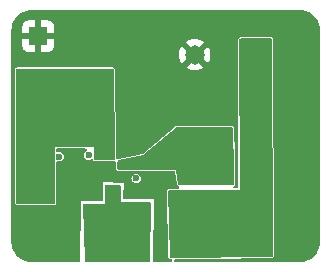
<source format=gbr>
%TF.GenerationSoftware,KiCad,Pcbnew,8.99.0-334-gf341ab9b00*%
%TF.CreationDate,2024-09-09T23:07:31-04:00*%
%TF.ProjectId,Buck Converter,4275636b-2043-46f6-9e76-65727465722e,V1*%
%TF.SameCoordinates,Original*%
%TF.FileFunction,Copper,L3,Inr*%
%TF.FilePolarity,Positive*%
%FSLAX46Y46*%
G04 Gerber Fmt 4.6, Leading zero omitted, Abs format (unit mm)*
G04 Created by KiCad (PCBNEW 8.99.0-334-gf341ab9b00) date 2024-09-09 23:07:31*
%MOMM*%
%LPD*%
G01*
G04 APERTURE LIST*
%TA.AperFunction,ComponentPad*%
%ADD10R,1.650000X1.650000*%
%TD*%
%TA.AperFunction,ComponentPad*%
%ADD11C,1.650000*%
%TD*%
%TA.AperFunction,ViaPad*%
%ADD12C,0.635000*%
%TD*%
%TA.AperFunction,ViaPad*%
%ADD13C,0.600000*%
%TD*%
G04 APERTURE END LIST*
D10*
%TO.N,GND*%
%TO.C,J1*%
X153175000Y-91925000D03*
D11*
%TO.N,/V_{IN}*%
X153175000Y-97005000D03*
%TD*%
D10*
%TO.N,/V_{OUT}*%
%TO.C,J2*%
X171515000Y-93500000D03*
D11*
%TO.N,GND*%
X166435000Y-93500000D03*
%TD*%
D12*
%TO.N,/V_{OUT}*%
X170675000Y-109950000D03*
X170725000Y-97025000D03*
X170675000Y-107175000D03*
X170775000Y-100250000D03*
X169175000Y-107175000D03*
X172125000Y-98725000D03*
X166200000Y-109950000D03*
X167625000Y-109950000D03*
X170700000Y-104375000D03*
X164800000Y-105825000D03*
X169175000Y-109975000D03*
X170700000Y-103075000D03*
X164775000Y-107900000D03*
X170700000Y-108500000D03*
X170750000Y-98725000D03*
X172150000Y-95450000D03*
X172100000Y-97025000D03*
X170700000Y-101625000D03*
X169175000Y-105825000D03*
X170675000Y-105775000D03*
X170775000Y-95450000D03*
X169200000Y-108500000D03*
X167075000Y-105825000D03*
%TO.N,/V_{IN}*%
X152275000Y-98725000D03*
X152300000Y-100450000D03*
X157500000Y-98700000D03*
X155550000Y-100500000D03*
X152350000Y-104275000D03*
X157525000Y-100525000D03*
X155550000Y-98725000D03*
X152300000Y-102325000D03*
X157475000Y-96675000D03*
X153750000Y-100450000D03*
X153800000Y-104275000D03*
X153725000Y-98725000D03*
X155550000Y-96675000D03*
X153750000Y-102325000D03*
D13*
%TO.N,GND*%
X176600000Y-105700000D03*
X159825000Y-107750000D03*
X163675000Y-103950000D03*
X160700000Y-105350000D03*
X160200000Y-94550000D03*
X163675000Y-105050000D03*
X163675000Y-106050000D03*
X176575000Y-101025000D03*
X161350000Y-109800000D03*
X161200000Y-94550000D03*
X161450000Y-105350000D03*
X160225000Y-109775000D03*
X158275000Y-109675000D03*
X162925000Y-96625000D03*
X156500000Y-109700000D03*
X176575000Y-103350000D03*
X152650000Y-106600000D03*
X155025000Y-104325000D03*
X151600000Y-107750000D03*
X156550000Y-108100000D03*
X152650000Y-107750000D03*
X162925000Y-95700000D03*
X151600000Y-108850000D03*
X156450000Y-106950000D03*
X151600000Y-106600000D03*
X155025000Y-103550000D03*
X162875000Y-97925000D03*
X176600000Y-108075000D03*
X159000000Y-103500000D03*
X162250000Y-94550000D03*
X162875000Y-98825000D03*
X152650000Y-108850000D03*
%TO.N,Net-(IC1-VCC)*%
X161475000Y-103975000D03*
X154975000Y-102125000D03*
%TO.N,Net-(IC1-SW_1)*%
X164650000Y-102725000D03*
X161425000Y-102900000D03*
X163800000Y-102000000D03*
X157450000Y-102000000D03*
X164600000Y-101150000D03*
%TD*%
%TA.AperFunction,Conductor*%
%TO.N,GND*%
G36*
X160093039Y-104519685D02*
G01*
X160138794Y-104572489D01*
X160150000Y-104624000D01*
X160150000Y-105950000D01*
X162574983Y-105950000D01*
X162642022Y-105969685D01*
X162687777Y-106022489D01*
X162698979Y-106075012D01*
X162659375Y-110926512D01*
X162639144Y-110993389D01*
X162585968Y-111038711D01*
X162535379Y-111049500D01*
X157241579Y-111049500D01*
X157174540Y-111029815D01*
X157128785Y-110977011D01*
X157117633Y-110929161D01*
X156978771Y-106227661D01*
X156996468Y-106160069D01*
X157047898Y-106112776D01*
X157102717Y-106100000D01*
X158825000Y-106100000D01*
X158825000Y-104624000D01*
X158844685Y-104556961D01*
X158897489Y-104511206D01*
X158949000Y-104500000D01*
X160026000Y-104500000D01*
X160093039Y-104519685D01*
G37*
%TD.AperFunction*%
%TD*%
%TA.AperFunction,Conductor*%
%TO.N,GND*%
G36*
X175313194Y-89714715D02*
G01*
X175356362Y-89714714D01*
X175365206Y-89715029D01*
X175593813Y-89731378D01*
X175611312Y-89733894D01*
X175830926Y-89781667D01*
X175847899Y-89786651D01*
X176058478Y-89865192D01*
X176074566Y-89872539D01*
X176271838Y-89980256D01*
X176286703Y-89989810D01*
X176466626Y-90124498D01*
X176479997Y-90136084D01*
X176638915Y-90295002D01*
X176650501Y-90308373D01*
X176785184Y-90488289D01*
X176794745Y-90503165D01*
X176847621Y-90600000D01*
X176902458Y-90700428D01*
X176909807Y-90716521D01*
X176988348Y-90927100D01*
X176993332Y-90944075D01*
X177041103Y-91163679D01*
X177043621Y-91181192D01*
X177059969Y-91409792D01*
X177060285Y-91418637D01*
X177060285Y-91471793D01*
X177060286Y-91471806D01*
X177060286Y-109345572D01*
X177059970Y-109354418D01*
X177043620Y-109583016D01*
X177041102Y-109600529D01*
X176993329Y-109820134D01*
X176988345Y-109837109D01*
X176909803Y-110047688D01*
X176902453Y-110063781D01*
X176794747Y-110261028D01*
X176785182Y-110275911D01*
X176650494Y-110455833D01*
X176638908Y-110469205D01*
X176479993Y-110628119D01*
X176466622Y-110639704D01*
X176286708Y-110774385D01*
X176271824Y-110783951D01*
X176074565Y-110891660D01*
X176058472Y-110899009D01*
X175847897Y-110977549D01*
X175830921Y-110982533D01*
X175611318Y-111030303D01*
X175593806Y-111032821D01*
X175365009Y-111049183D01*
X175356164Y-111049499D01*
X175303206Y-111049499D01*
X175303194Y-111049500D01*
X164767530Y-111049500D01*
X164700491Y-111029815D01*
X164654736Y-110977011D01*
X164644792Y-110907853D01*
X164673817Y-110844297D01*
X164732595Y-110806523D01*
X164766467Y-110801505D01*
X167687895Y-110776464D01*
X172927301Y-110731555D01*
X172949541Y-110728989D01*
X173000598Y-110717509D01*
X173046972Y-110693936D01*
X173099528Y-110647896D01*
X173131396Y-110597715D01*
X173150718Y-110530571D01*
X173154830Y-110500826D01*
X173154625Y-110462940D01*
X173056169Y-92223888D01*
X173056169Y-92223886D01*
X173055433Y-92217430D01*
X173053595Y-92201285D01*
X173041918Y-92149419D01*
X173018094Y-92102781D01*
X173018093Y-92102779D01*
X172971866Y-92050400D01*
X172971860Y-92050394D01*
X172943003Y-92032218D01*
X172921563Y-92018713D01*
X172921560Y-92018712D01*
X172854353Y-91999640D01*
X172854352Y-91999639D01*
X172854349Y-91999639D01*
X172824588Y-91995635D01*
X172824585Y-91995635D01*
X170322148Y-92018384D01*
X170300119Y-92020916D01*
X170300110Y-92020918D01*
X170249512Y-92032218D01*
X170203263Y-92055585D01*
X170150548Y-92101444D01*
X170150547Y-92101445D01*
X170118510Y-92151512D01*
X170098957Y-92218586D01*
X170098956Y-92218590D01*
X170094740Y-92248316D01*
X170119052Y-104696209D01*
X170099498Y-104763287D01*
X170046784Y-104809145D01*
X169995567Y-104820450D01*
X169812949Y-104821208D01*
X169745828Y-104801802D01*
X169699854Y-104749188D01*
X169689624Y-104680072D01*
X169718385Y-104616396D01*
X169741716Y-104595351D01*
X169747940Y-104591028D01*
X169747946Y-104591026D01*
X169799806Y-104544203D01*
X169830918Y-104493547D01*
X169849230Y-104426120D01*
X169852896Y-104396317D01*
X169850992Y-104303045D01*
X169803985Y-101999696D01*
X169757956Y-99744316D01*
X169755333Y-99722994D01*
X169744154Y-99674014D01*
X169721031Y-99628401D01*
X169675276Y-99575597D01*
X169625268Y-99543459D01*
X169558234Y-99523775D01*
X169558230Y-99523774D01*
X169558229Y-99523774D01*
X169528505Y-99519500D01*
X164994593Y-99519500D01*
X164994581Y-99519500D01*
X164988337Y-99519686D01*
X164973550Y-99520569D01*
X164938283Y-99528910D01*
X164874071Y-99556425D01*
X164848430Y-99572064D01*
X162051925Y-101882219D01*
X161997801Y-101908105D01*
X161320060Y-102046734D01*
X159953008Y-102326359D01*
X159952996Y-102326362D01*
X159952975Y-102326367D01*
X159941446Y-102329414D01*
X159939771Y-102329909D01*
X159939756Y-102329861D01*
X159939751Y-102329863D01*
X159939695Y-102329652D01*
X159939523Y-102329071D01*
X159872943Y-102330954D01*
X159813120Y-102294857D01*
X159782310Y-102232147D01*
X159780500Y-102211037D01*
X159780500Y-101900396D01*
X159780499Y-101900206D01*
X159780491Y-101898837D01*
X159780491Y-101898751D01*
X159780487Y-101898230D01*
X159779404Y-101793942D01*
X159706768Y-94796628D01*
X159706768Y-94796618D01*
X159704245Y-94774752D01*
X159693046Y-94724528D01*
X159669807Y-94678401D01*
X159624052Y-94625597D01*
X159574044Y-94593459D01*
X159507010Y-94573775D01*
X159507006Y-94573774D01*
X159507005Y-94573774D01*
X159477281Y-94569500D01*
X151424271Y-94569500D01*
X151401733Y-94571935D01*
X151349973Y-94583253D01*
X151349972Y-94583254D01*
X151303251Y-94606736D01*
X151250546Y-94652607D01*
X151218518Y-94702686D01*
X151218517Y-94702688D01*
X151198981Y-94769766D01*
X151198980Y-94769769D01*
X151194771Y-94799497D01*
X151219230Y-106001503D01*
X151221666Y-106023811D01*
X151232873Y-106075054D01*
X151244256Y-106097763D01*
X151256204Y-106121599D01*
X151301959Y-106174403D01*
X151351967Y-106206541D01*
X151419006Y-106226226D01*
X151448730Y-106230500D01*
X151448734Y-106230500D01*
X154476000Y-106230500D01*
X154498427Y-106228089D01*
X154549938Y-106216883D01*
X154596599Y-106193526D01*
X154649403Y-106147771D01*
X154681541Y-106097763D01*
X154701226Y-106030724D01*
X154705500Y-106001000D01*
X154705500Y-103975003D01*
X161069508Y-103975003D01*
X161089352Y-104100300D01*
X161089352Y-104100301D01*
X161089354Y-104100304D01*
X161146950Y-104213342D01*
X161146952Y-104213344D01*
X161146954Y-104213347D01*
X161236652Y-104303045D01*
X161236654Y-104303046D01*
X161236658Y-104303050D01*
X161349696Y-104360646D01*
X161349697Y-104360646D01*
X161349699Y-104360647D01*
X161474997Y-104380492D01*
X161475000Y-104380492D01*
X161475003Y-104380492D01*
X161600300Y-104360647D01*
X161600301Y-104360647D01*
X161600302Y-104360646D01*
X161600304Y-104360646D01*
X161713342Y-104303050D01*
X161803050Y-104213342D01*
X161860646Y-104100304D01*
X161860646Y-104100302D01*
X161860647Y-104100301D01*
X161860647Y-104100300D01*
X161880492Y-103975003D01*
X161880492Y-103974996D01*
X161860647Y-103849699D01*
X161860647Y-103849698D01*
X161860646Y-103849696D01*
X161803050Y-103736658D01*
X161803046Y-103736654D01*
X161803045Y-103736652D01*
X161713347Y-103646954D01*
X161713344Y-103646952D01*
X161713342Y-103646950D01*
X161636517Y-103607805D01*
X161600301Y-103589352D01*
X161522136Y-103576973D01*
X161473694Y-103554008D01*
X161443401Y-103573477D01*
X161427864Y-103576973D01*
X161349698Y-103589352D01*
X161274337Y-103627751D01*
X161236658Y-103646950D01*
X161236657Y-103646951D01*
X161236652Y-103646954D01*
X161146954Y-103736652D01*
X161146951Y-103736657D01*
X161089352Y-103849698D01*
X161089352Y-103849699D01*
X161069508Y-103974996D01*
X161069508Y-103975003D01*
X154705500Y-103975003D01*
X154705500Y-102632993D01*
X154725185Y-102565954D01*
X154777989Y-102520199D01*
X154847147Y-102510255D01*
X154848898Y-102510520D01*
X154974998Y-102530492D01*
X154975000Y-102530492D01*
X154975003Y-102530492D01*
X155100300Y-102510647D01*
X155100301Y-102510647D01*
X155100302Y-102510646D01*
X155100304Y-102510646D01*
X155213342Y-102453050D01*
X155303050Y-102363342D01*
X155360646Y-102250304D01*
X155360646Y-102250302D01*
X155360647Y-102250301D01*
X155360647Y-102250300D01*
X155380492Y-102125003D01*
X155380492Y-102124996D01*
X155360647Y-101999699D01*
X155360647Y-101999698D01*
X155360646Y-101999696D01*
X155303050Y-101886658D01*
X155303046Y-101886654D01*
X155303045Y-101886652D01*
X155213347Y-101796954D01*
X155213344Y-101796952D01*
X155213342Y-101796950D01*
X155100304Y-101739354D01*
X155100303Y-101739353D01*
X155100300Y-101739352D01*
X154975003Y-101719508D01*
X154975001Y-101719508D01*
X154975000Y-101719508D01*
X154916432Y-101728784D01*
X154848897Y-101739480D01*
X154779603Y-101730524D01*
X154726152Y-101685527D01*
X154705513Y-101618776D01*
X154705500Y-101617006D01*
X154705500Y-101554500D01*
X154725185Y-101487461D01*
X154777989Y-101441706D01*
X154829500Y-101430500D01*
X157169034Y-101430500D01*
X157236073Y-101450185D01*
X157281828Y-101502989D01*
X157291772Y-101572147D01*
X157262747Y-101635703D01*
X157225331Y-101664982D01*
X157211992Y-101671779D01*
X157211656Y-101671951D01*
X157211652Y-101671954D01*
X157121954Y-101761652D01*
X157121951Y-101761657D01*
X157064352Y-101874698D01*
X157064352Y-101874699D01*
X157044508Y-101999996D01*
X157044508Y-102000003D01*
X157064352Y-102125300D01*
X157064352Y-102125301D01*
X157064354Y-102125304D01*
X157121950Y-102238342D01*
X157121952Y-102238344D01*
X157121954Y-102238347D01*
X157211652Y-102328045D01*
X157211654Y-102328046D01*
X157211658Y-102328050D01*
X157324696Y-102385646D01*
X157324697Y-102385646D01*
X157324699Y-102385647D01*
X157449997Y-102405492D01*
X157450000Y-102405492D01*
X157450003Y-102405492D01*
X157575300Y-102385647D01*
X157575302Y-102385646D01*
X157575304Y-102385646D01*
X157653798Y-102345650D01*
X157722466Y-102332754D01*
X157787207Y-102359030D01*
X157820976Y-102400628D01*
X157831474Y-102421600D01*
X157877229Y-102474403D01*
X157927237Y-102506541D01*
X157994276Y-102526226D01*
X158024000Y-102530500D01*
X158024004Y-102530500D01*
X159551000Y-102530500D01*
X159573427Y-102528089D01*
X159619141Y-102518144D01*
X159688832Y-102523128D01*
X159744766Y-102564998D01*
X159769184Y-102630462D01*
X159769500Y-102639310D01*
X159769500Y-103101002D01*
X159771910Y-103123426D01*
X159783117Y-103174938D01*
X159806474Y-103221600D01*
X159852229Y-103274403D01*
X159902237Y-103306541D01*
X159969276Y-103326226D01*
X159999000Y-103330500D01*
X161408466Y-103330500D01*
X161475505Y-103350185D01*
X161477622Y-103352628D01*
X161525641Y-103331523D01*
X161541534Y-103330500D01*
X164674323Y-103330500D01*
X164741362Y-103350185D01*
X164787117Y-103402989D01*
X164797215Y-103437957D01*
X164930979Y-104431626D01*
X164930979Y-104431628D01*
X164934170Y-104446786D01*
X164934180Y-104446826D01*
X164944273Y-104481777D01*
X164944274Y-104481780D01*
X164944275Y-104481781D01*
X164965901Y-104521599D01*
X165011656Y-104574403D01*
X165061664Y-104606541D01*
X165069124Y-104611335D01*
X165067626Y-104613665D01*
X165109689Y-104650107D01*
X165129379Y-104717145D01*
X165109700Y-104784186D01*
X165056900Y-104829945D01*
X165005894Y-104841154D01*
X164325217Y-104843978D01*
X164325203Y-104843979D01*
X164302126Y-104846634D01*
X164302103Y-104846638D01*
X164249171Y-104858752D01*
X164249166Y-104858753D01*
X164249165Y-104858754D01*
X164249163Y-104858754D01*
X164249163Y-104858755D01*
X164202234Y-104883078D01*
X164150234Y-104929745D01*
X164150230Y-104929751D01*
X164118972Y-104980301D01*
X164100457Y-105047667D01*
X164096700Y-105077464D01*
X164192377Y-110578933D01*
X164192378Y-110578944D01*
X164195073Y-110600871D01*
X164206704Y-110651187D01*
X164206706Y-110651193D01*
X164230358Y-110697197D01*
X164276561Y-110749603D01*
X164276564Y-110749606D01*
X164276566Y-110749607D01*
X164326845Y-110781315D01*
X164326844Y-110781315D01*
X164394040Y-110800421D01*
X164394048Y-110800423D01*
X164394052Y-110800424D01*
X164410283Y-110802615D01*
X164474085Y-110831093D01*
X164512363Y-110889544D01*
X164512963Y-110959412D01*
X164475695Y-111018512D01*
X164412391Y-111048082D01*
X164393690Y-111049500D01*
X163052304Y-111049500D01*
X162985265Y-111029815D01*
X162939510Y-110977011D01*
X162928305Y-110925009D01*
X162948980Y-105735741D01*
X162948979Y-105735741D01*
X162948978Y-105735740D01*
X160458731Y-105749273D01*
X160391585Y-105729953D01*
X160345544Y-105677399D01*
X160334361Y-105616597D01*
X160425000Y-104325000D01*
X158673980Y-104310741D01*
X158673979Y-104310741D01*
X158651853Y-105800257D01*
X158631175Y-105866996D01*
X158577697Y-105911962D01*
X158525271Y-105922388D01*
X156775000Y-105885740D01*
X156712907Y-110927027D01*
X156692398Y-110993819D01*
X156639034Y-111038920D01*
X156588916Y-111049500D01*
X152671806Y-111049500D01*
X152671794Y-111049499D01*
X152618637Y-111049499D01*
X152609792Y-111049183D01*
X152381191Y-111032835D01*
X152363679Y-111030317D01*
X152144074Y-110982546D01*
X152127098Y-110977562D01*
X151916515Y-110899020D01*
X151900422Y-110891670D01*
X151703177Y-110783967D01*
X151688293Y-110774403D01*
X151508364Y-110639712D01*
X151495000Y-110628132D01*
X151336072Y-110469205D01*
X151324494Y-110455843D01*
X151189805Y-110275920D01*
X151180240Y-110261036D01*
X151072533Y-110063787D01*
X151065186Y-110047701D01*
X150986636Y-109837103D01*
X150981657Y-109820145D01*
X150933883Y-109600526D01*
X150931366Y-109583020D01*
X150915030Y-109354613D01*
X150914714Y-109345767D01*
X150914714Y-93500000D01*
X165104939Y-93500000D01*
X165125145Y-93730958D01*
X165125147Y-93730968D01*
X165185148Y-93954900D01*
X165185152Y-93954909D01*
X165283133Y-94165030D01*
X165338023Y-94243422D01*
X165911212Y-93670233D01*
X165922482Y-93712292D01*
X165994890Y-93837708D01*
X166097292Y-93940110D01*
X166222708Y-94012518D01*
X166264765Y-94023787D01*
X165691576Y-94596975D01*
X165769969Y-94651867D01*
X165980090Y-94749847D01*
X165980099Y-94749851D01*
X166204031Y-94809852D01*
X166204041Y-94809854D01*
X166434999Y-94830061D01*
X166435001Y-94830061D01*
X166665958Y-94809854D01*
X166665968Y-94809852D01*
X166889900Y-94749851D01*
X166889909Y-94749847D01*
X167100030Y-94651867D01*
X167100034Y-94651865D01*
X167178422Y-94596976D01*
X167178422Y-94596975D01*
X166605235Y-94023787D01*
X166647292Y-94012518D01*
X166772708Y-93940110D01*
X166875110Y-93837708D01*
X166947518Y-93712292D01*
X166958787Y-93670234D01*
X167531975Y-94243422D01*
X167531976Y-94243422D01*
X167586865Y-94165034D01*
X167586867Y-94165030D01*
X167684847Y-93954909D01*
X167684851Y-93954900D01*
X167744852Y-93730968D01*
X167744854Y-93730958D01*
X167765061Y-93500000D01*
X167765061Y-93499999D01*
X167744854Y-93269041D01*
X167744852Y-93269031D01*
X167684851Y-93045099D01*
X167684847Y-93045090D01*
X167586867Y-92834971D01*
X167586866Y-92834969D01*
X167531975Y-92756577D01*
X167531975Y-92756576D01*
X166958787Y-93329764D01*
X166947518Y-93287708D01*
X166875110Y-93162292D01*
X166772708Y-93059890D01*
X166647292Y-92987482D01*
X166605234Y-92976212D01*
X167178422Y-92403023D01*
X167100030Y-92348133D01*
X166889909Y-92250152D01*
X166889900Y-92250148D01*
X166665968Y-92190147D01*
X166665958Y-92190145D01*
X166435001Y-92169939D01*
X166434999Y-92169939D01*
X166204041Y-92190145D01*
X166204031Y-92190147D01*
X165980099Y-92250148D01*
X165980090Y-92250152D01*
X165769967Y-92348134D01*
X165691576Y-92403022D01*
X166264766Y-92976212D01*
X166222708Y-92987482D01*
X166097292Y-93059890D01*
X165994890Y-93162292D01*
X165922482Y-93287708D01*
X165911212Y-93329766D01*
X165338022Y-92756576D01*
X165283134Y-92834967D01*
X165185152Y-93045090D01*
X165185148Y-93045099D01*
X165125147Y-93269031D01*
X165125145Y-93269041D01*
X165104939Y-93499999D01*
X165104939Y-93500000D01*
X150914714Y-93500000D01*
X150914714Y-92797844D01*
X151850000Y-92797844D01*
X151856401Y-92857372D01*
X151856403Y-92857379D01*
X151906645Y-92992086D01*
X151906649Y-92992093D01*
X151992809Y-93107187D01*
X151992812Y-93107190D01*
X152107906Y-93193350D01*
X152107913Y-93193354D01*
X152242620Y-93243596D01*
X152242627Y-93243598D01*
X152302155Y-93249999D01*
X152302172Y-93250000D01*
X152925000Y-93250000D01*
X152925000Y-92415747D01*
X152962708Y-92437518D01*
X153102591Y-92475000D01*
X153247409Y-92475000D01*
X153387292Y-92437518D01*
X153425000Y-92415747D01*
X153425000Y-93250000D01*
X154047828Y-93250000D01*
X154047844Y-93249999D01*
X154107372Y-93243598D01*
X154107379Y-93243596D01*
X154242086Y-93193354D01*
X154242093Y-93193350D01*
X154357187Y-93107190D01*
X154357190Y-93107187D01*
X154443350Y-92992093D01*
X154443354Y-92992086D01*
X154493596Y-92857379D01*
X154493598Y-92857372D01*
X154499999Y-92797844D01*
X154500000Y-92797827D01*
X154500000Y-92175000D01*
X153665748Y-92175000D01*
X153687518Y-92137292D01*
X153725000Y-91997409D01*
X153725000Y-91852591D01*
X153687518Y-91712708D01*
X153665748Y-91675000D01*
X154500000Y-91675000D01*
X154500000Y-91052172D01*
X154499999Y-91052155D01*
X154493598Y-90992627D01*
X154493596Y-90992620D01*
X154443354Y-90857913D01*
X154443350Y-90857906D01*
X154357190Y-90742812D01*
X154357187Y-90742809D01*
X154242093Y-90656649D01*
X154242086Y-90656645D01*
X154107379Y-90606403D01*
X154107372Y-90606401D01*
X154047844Y-90600000D01*
X153425000Y-90600000D01*
X153425000Y-91434252D01*
X153387292Y-91412482D01*
X153247409Y-91375000D01*
X153102591Y-91375000D01*
X152962708Y-91412482D01*
X152925000Y-91434252D01*
X152925000Y-90600000D01*
X152302155Y-90600000D01*
X152242627Y-90606401D01*
X152242620Y-90606403D01*
X152107913Y-90656645D01*
X152107906Y-90656649D01*
X151992812Y-90742809D01*
X151992809Y-90742812D01*
X151906649Y-90857906D01*
X151906645Y-90857913D01*
X151856403Y-90992620D01*
X151856401Y-90992627D01*
X151850000Y-91052155D01*
X151850000Y-91675000D01*
X152684252Y-91675000D01*
X152662482Y-91712708D01*
X152625000Y-91852591D01*
X152625000Y-91997409D01*
X152662482Y-92137292D01*
X152684252Y-92175000D01*
X151850000Y-92175000D01*
X151850000Y-92797844D01*
X150914714Y-92797844D01*
X150914714Y-91461809D01*
X150914715Y-91461806D01*
X150914714Y-91418636D01*
X150915030Y-91409792D01*
X150924665Y-91275061D01*
X150931379Y-91181184D01*
X150933894Y-91163689D01*
X150981668Y-90944069D01*
X150986651Y-90927100D01*
X151055388Y-90742809D01*
X151065193Y-90716517D01*
X151072536Y-90700438D01*
X151180260Y-90503155D01*
X151189806Y-90488302D01*
X151324503Y-90308366D01*
X151336077Y-90295009D01*
X151495009Y-90136077D01*
X151508366Y-90124503D01*
X151688302Y-89989806D01*
X151703155Y-89980260D01*
X151900438Y-89872536D01*
X151916517Y-89865193D01*
X152127103Y-89786649D01*
X152144069Y-89781668D01*
X152363689Y-89733894D01*
X152381184Y-89731379D01*
X152609794Y-89715029D01*
X152618636Y-89714714D01*
X152661806Y-89714715D01*
X152661809Y-89714714D01*
X175313191Y-89714714D01*
X175313194Y-89714715D01*
G37*
%TD.AperFunction*%
%TD*%
%TA.AperFunction,Conductor*%
%TO.N,Net-(IC1-SW_1)*%
G36*
X169595544Y-99644685D02*
G01*
X169641299Y-99697489D01*
X169652478Y-99746469D01*
X169723469Y-103225000D01*
X169747418Y-104398470D01*
X169729106Y-104465897D01*
X169677246Y-104512720D01*
X169623444Y-104525000D01*
X165158427Y-104525000D01*
X165091388Y-104505315D01*
X165045633Y-104452511D01*
X165035535Y-104417543D01*
X164875000Y-103225000D01*
X159999000Y-103225000D01*
X159931961Y-103205315D01*
X159886206Y-103152511D01*
X159875000Y-103101000D01*
X159875000Y-102551204D01*
X159894685Y-102484165D01*
X159947489Y-102438410D01*
X159974150Y-102429719D01*
X162075000Y-102000000D01*
X164915620Y-99653401D01*
X164979841Y-99625881D01*
X164994593Y-99625000D01*
X169528505Y-99625000D01*
X169595544Y-99644685D01*
G37*
%TD.AperFunction*%
%TD*%
%TA.AperFunction,Conductor*%
%TO.N,/V_{OUT}*%
G36*
X172892761Y-92120205D02*
G01*
X172938994Y-92172591D01*
X172950671Y-92224457D01*
X173049332Y-110501395D01*
X173030010Y-110568539D01*
X172977454Y-110614579D01*
X172926397Y-110626059D01*
X164422906Y-110698946D01*
X164355700Y-110679837D01*
X164309494Y-110627427D01*
X164297862Y-110577110D01*
X164202184Y-105075629D01*
X164220700Y-105008262D01*
X164272700Y-104961595D01*
X164325647Y-104949478D01*
X170225000Y-104925000D01*
X170200240Y-92248115D01*
X170219794Y-92181039D01*
X170272508Y-92135181D01*
X170323109Y-92123880D01*
X172825547Y-92101131D01*
X172892761Y-92120205D01*
G37*
%TD.AperFunction*%
%TD*%
%TA.AperFunction,Conductor*%
%TO.N,/V_{IN}*%
G36*
X159544320Y-94694685D02*
G01*
X159590075Y-94747489D01*
X159601274Y-94797713D01*
X159674993Y-101899325D01*
X159675000Y-101900612D01*
X159675000Y-102301000D01*
X159655315Y-102368039D01*
X159602511Y-102413794D01*
X159551000Y-102425000D01*
X158024000Y-102425000D01*
X157956961Y-102405315D01*
X157911206Y-102352511D01*
X157900000Y-102301000D01*
X157900000Y-101325000D01*
X154600000Y-101325000D01*
X154600000Y-101949033D01*
X154590231Y-101989725D01*
X154592368Y-101990420D01*
X154589352Y-101999698D01*
X154569508Y-102124996D01*
X154569508Y-102125003D01*
X154589352Y-102250299D01*
X154592370Y-102259586D01*
X154590230Y-102260281D01*
X154600000Y-102300968D01*
X154600000Y-106001000D01*
X154580315Y-106068039D01*
X154527511Y-106113794D01*
X154476000Y-106125000D01*
X151448730Y-106125000D01*
X151381691Y-106105315D01*
X151335936Y-106052511D01*
X151324730Y-106001271D01*
X151300271Y-94799271D01*
X151319809Y-94732188D01*
X151372513Y-94686318D01*
X151424271Y-94675000D01*
X159477281Y-94675000D01*
X159544320Y-94694685D01*
G37*
%TD.AperFunction*%
%TD*%
M02*

</source>
